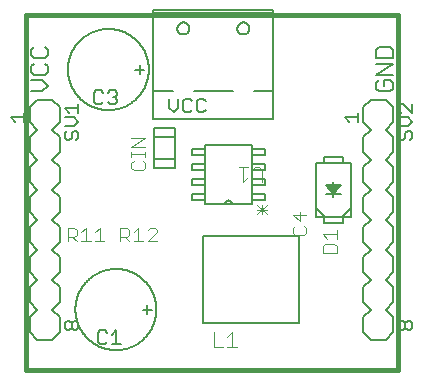
<source format=gto>
G75*
%MOIN*%
%OFA0B0*%
%FSLAX25Y25*%
%IPPOS*%
%LPD*%
%AMOC8*
5,1,8,0,0,1.08239X$1,22.5*
%
%ADD10C,0.01600*%
%ADD11C,0.00500*%
%ADD12C,0.00600*%
%ADD13C,0.00300*%
%ADD14C,0.00400*%
D10*
X0008250Y0001800D02*
X0008250Y0119910D01*
X0132266Y0119910D01*
X0132266Y0001800D01*
X0008250Y0001800D01*
D11*
X0021997Y0014946D02*
X0022747Y0014946D01*
X0023498Y0015697D01*
X0023498Y0017198D01*
X0024249Y0017949D01*
X0024999Y0017949D01*
X0025750Y0017198D01*
X0025750Y0015697D01*
X0024999Y0014946D01*
X0024249Y0014946D01*
X0023498Y0015697D01*
X0023498Y0017198D02*
X0022747Y0017949D01*
X0021997Y0017949D01*
X0021246Y0017198D01*
X0021246Y0015697D01*
X0021997Y0014946D01*
X0032292Y0014053D02*
X0032292Y0011051D01*
X0033043Y0010300D01*
X0034544Y0010300D01*
X0035295Y0011051D01*
X0036896Y0010300D02*
X0039899Y0010300D01*
X0038397Y0010300D02*
X0038397Y0014804D01*
X0036896Y0013303D01*
X0035295Y0014053D02*
X0034544Y0014804D01*
X0033043Y0014804D01*
X0032292Y0014053D01*
X0024999Y0078238D02*
X0025750Y0078989D01*
X0025750Y0080490D01*
X0024999Y0081241D01*
X0024249Y0081241D01*
X0023498Y0080490D01*
X0023498Y0078989D01*
X0022747Y0078238D01*
X0021997Y0078238D01*
X0021246Y0078989D01*
X0021246Y0080490D01*
X0021997Y0081241D01*
X0021246Y0082842D02*
X0024249Y0082842D01*
X0025750Y0084343D01*
X0024249Y0085845D01*
X0021246Y0085845D01*
X0022747Y0087446D02*
X0021246Y0088947D01*
X0025750Y0088947D01*
X0025750Y0087446D02*
X0025750Y0090449D01*
X0031042Y0091051D02*
X0031793Y0090300D01*
X0033294Y0090300D01*
X0034045Y0091051D01*
X0035646Y0091051D02*
X0036397Y0090300D01*
X0037898Y0090300D01*
X0038649Y0091051D01*
X0038649Y0091801D01*
X0037898Y0092552D01*
X0037147Y0092552D01*
X0037898Y0092552D02*
X0038649Y0093303D01*
X0038649Y0094053D01*
X0037898Y0094804D01*
X0036397Y0094804D01*
X0035646Y0094053D01*
X0034045Y0094053D02*
X0033294Y0094804D01*
X0031793Y0094804D01*
X0031042Y0094053D01*
X0031042Y0091051D01*
X0015500Y0096385D02*
X0013665Y0098220D01*
X0009995Y0098220D01*
X0010913Y0100075D02*
X0014583Y0100075D01*
X0015500Y0100992D01*
X0015500Y0102827D01*
X0014583Y0103745D01*
X0014583Y0105599D02*
X0015500Y0106517D01*
X0015500Y0108352D01*
X0014583Y0109269D01*
X0014583Y0105599D02*
X0010913Y0105599D01*
X0009995Y0106517D01*
X0009995Y0108352D01*
X0010913Y0109269D01*
X0010913Y0103745D02*
X0009995Y0102827D01*
X0009995Y0100992D01*
X0010913Y0100075D01*
X0015500Y0096385D02*
X0013665Y0094550D01*
X0009995Y0094550D01*
X0007750Y0087449D02*
X0007750Y0084446D01*
X0007750Y0085947D02*
X0003246Y0085947D01*
X0004747Y0084446D01*
X0056000Y0089051D02*
X0057501Y0087550D01*
X0059003Y0089051D01*
X0059003Y0092054D01*
X0060604Y0091303D02*
X0060604Y0088301D01*
X0061355Y0087550D01*
X0062856Y0087550D01*
X0063606Y0088301D01*
X0065208Y0088301D02*
X0065958Y0087550D01*
X0067460Y0087550D01*
X0068210Y0088301D01*
X0065208Y0088301D02*
X0065208Y0091303D01*
X0065958Y0092054D01*
X0067460Y0092054D01*
X0068210Y0091303D01*
X0063606Y0091303D02*
X0062856Y0092054D01*
X0061355Y0092054D01*
X0060604Y0091303D01*
X0056000Y0092054D02*
X0056000Y0089051D01*
X0114496Y0085947D02*
X0119000Y0085947D01*
X0119000Y0084446D02*
X0119000Y0087449D01*
X0115997Y0084446D02*
X0114496Y0085947D01*
X0124995Y0095467D02*
X0125913Y0094550D01*
X0129583Y0094550D01*
X0130500Y0095467D01*
X0130500Y0097302D01*
X0129583Y0098220D01*
X0127748Y0098220D01*
X0127748Y0096385D01*
X0125913Y0098220D02*
X0124995Y0097302D01*
X0124995Y0095467D01*
X0124995Y0100075D02*
X0130500Y0103745D01*
X0124995Y0103745D01*
X0124995Y0105599D02*
X0124995Y0108352D01*
X0125913Y0109269D01*
X0129583Y0109269D01*
X0130500Y0108352D01*
X0130500Y0105599D01*
X0124995Y0105599D01*
X0124995Y0100075D02*
X0130500Y0100075D01*
X0133247Y0090449D02*
X0132496Y0089698D01*
X0132496Y0088197D01*
X0133247Y0087446D01*
X0132496Y0085845D02*
X0135499Y0085845D01*
X0137000Y0084343D01*
X0135499Y0082842D01*
X0132496Y0082842D01*
X0133247Y0081241D02*
X0132496Y0080490D01*
X0132496Y0078989D01*
X0133247Y0078238D01*
X0133997Y0078238D01*
X0134748Y0078989D01*
X0134748Y0080490D01*
X0135499Y0081241D01*
X0136249Y0081241D01*
X0137000Y0080490D01*
X0137000Y0078989D01*
X0136249Y0078238D01*
X0137000Y0087446D02*
X0133997Y0090449D01*
X0133247Y0090449D01*
X0137000Y0090449D02*
X0137000Y0087446D01*
X0136249Y0017949D02*
X0135499Y0017949D01*
X0134748Y0017198D01*
X0134748Y0015697D01*
X0133997Y0014946D01*
X0133247Y0014946D01*
X0132496Y0015697D01*
X0132496Y0017198D01*
X0133247Y0017949D01*
X0133997Y0017949D01*
X0134748Y0017198D01*
X0134748Y0015697D02*
X0135499Y0014946D01*
X0136249Y0014946D01*
X0137000Y0015697D01*
X0137000Y0017198D01*
X0136249Y0017949D01*
D12*
X0130750Y0019300D02*
X0130750Y0014300D01*
X0128250Y0011800D01*
X0123250Y0011800D01*
X0120750Y0014300D01*
X0120750Y0019300D01*
X0123250Y0021800D01*
X0120750Y0024300D01*
X0120750Y0029300D01*
X0123250Y0031800D01*
X0120750Y0034300D01*
X0120750Y0039300D01*
X0123250Y0041800D01*
X0120750Y0044300D01*
X0120750Y0049300D01*
X0123250Y0051800D01*
X0120750Y0054300D01*
X0120750Y0059300D01*
X0123250Y0061800D01*
X0120750Y0064300D01*
X0120750Y0069300D01*
X0123250Y0071800D01*
X0120750Y0074300D01*
X0120750Y0079300D01*
X0123250Y0081800D01*
X0120750Y0084300D01*
X0120750Y0089300D01*
X0123250Y0091800D01*
X0128250Y0091800D01*
X0130750Y0089300D01*
X0130750Y0084300D01*
X0128250Y0081800D01*
X0130750Y0079300D01*
X0130750Y0074300D01*
X0128250Y0071800D01*
X0130750Y0069300D01*
X0130750Y0064300D01*
X0128250Y0061800D01*
X0130750Y0059300D01*
X0130750Y0054300D01*
X0128250Y0051800D01*
X0130750Y0049300D01*
X0130750Y0044300D01*
X0128250Y0041800D01*
X0130750Y0039300D01*
X0130750Y0034300D01*
X0128250Y0031800D01*
X0130750Y0029300D01*
X0130750Y0024300D01*
X0128250Y0021800D01*
X0130750Y0019300D01*
X0099250Y0017400D02*
X0067250Y0017400D01*
X0067250Y0046200D01*
X0099250Y0046200D01*
X0099250Y0017400D01*
X0085850Y0017400D02*
X0080650Y0017400D01*
X0050250Y0021800D02*
X0047250Y0021800D01*
X0048750Y0023300D02*
X0048750Y0020300D01*
X0024750Y0021800D02*
X0024754Y0022131D01*
X0024766Y0022462D01*
X0024787Y0022793D01*
X0024815Y0023123D01*
X0024852Y0023453D01*
X0024896Y0023781D01*
X0024949Y0024108D01*
X0025009Y0024434D01*
X0025078Y0024758D01*
X0025155Y0025080D01*
X0025239Y0025401D01*
X0025331Y0025719D01*
X0025431Y0026035D01*
X0025539Y0026348D01*
X0025655Y0026659D01*
X0025778Y0026966D01*
X0025908Y0027271D01*
X0026046Y0027572D01*
X0026191Y0027870D01*
X0026344Y0028164D01*
X0026504Y0028454D01*
X0026671Y0028740D01*
X0026844Y0029022D01*
X0027025Y0029300D01*
X0027213Y0029573D01*
X0027407Y0029842D01*
X0027607Y0030106D01*
X0027814Y0030364D01*
X0028028Y0030618D01*
X0028247Y0030866D01*
X0028473Y0031109D01*
X0028704Y0031346D01*
X0028941Y0031577D01*
X0029184Y0031803D01*
X0029432Y0032022D01*
X0029686Y0032236D01*
X0029944Y0032443D01*
X0030208Y0032643D01*
X0030477Y0032837D01*
X0030750Y0033025D01*
X0031028Y0033206D01*
X0031310Y0033379D01*
X0031596Y0033546D01*
X0031886Y0033706D01*
X0032180Y0033859D01*
X0032478Y0034004D01*
X0032779Y0034142D01*
X0033084Y0034272D01*
X0033391Y0034395D01*
X0033702Y0034511D01*
X0034015Y0034619D01*
X0034331Y0034719D01*
X0034649Y0034811D01*
X0034970Y0034895D01*
X0035292Y0034972D01*
X0035616Y0035041D01*
X0035942Y0035101D01*
X0036269Y0035154D01*
X0036597Y0035198D01*
X0036927Y0035235D01*
X0037257Y0035263D01*
X0037588Y0035284D01*
X0037919Y0035296D01*
X0038250Y0035300D01*
X0038581Y0035296D01*
X0038912Y0035284D01*
X0039243Y0035263D01*
X0039573Y0035235D01*
X0039903Y0035198D01*
X0040231Y0035154D01*
X0040558Y0035101D01*
X0040884Y0035041D01*
X0041208Y0034972D01*
X0041530Y0034895D01*
X0041851Y0034811D01*
X0042169Y0034719D01*
X0042485Y0034619D01*
X0042798Y0034511D01*
X0043109Y0034395D01*
X0043416Y0034272D01*
X0043721Y0034142D01*
X0044022Y0034004D01*
X0044320Y0033859D01*
X0044614Y0033706D01*
X0044904Y0033546D01*
X0045190Y0033379D01*
X0045472Y0033206D01*
X0045750Y0033025D01*
X0046023Y0032837D01*
X0046292Y0032643D01*
X0046556Y0032443D01*
X0046814Y0032236D01*
X0047068Y0032022D01*
X0047316Y0031803D01*
X0047559Y0031577D01*
X0047796Y0031346D01*
X0048027Y0031109D01*
X0048253Y0030866D01*
X0048472Y0030618D01*
X0048686Y0030364D01*
X0048893Y0030106D01*
X0049093Y0029842D01*
X0049287Y0029573D01*
X0049475Y0029300D01*
X0049656Y0029022D01*
X0049829Y0028740D01*
X0049996Y0028454D01*
X0050156Y0028164D01*
X0050309Y0027870D01*
X0050454Y0027572D01*
X0050592Y0027271D01*
X0050722Y0026966D01*
X0050845Y0026659D01*
X0050961Y0026348D01*
X0051069Y0026035D01*
X0051169Y0025719D01*
X0051261Y0025401D01*
X0051345Y0025080D01*
X0051422Y0024758D01*
X0051491Y0024434D01*
X0051551Y0024108D01*
X0051604Y0023781D01*
X0051648Y0023453D01*
X0051685Y0023123D01*
X0051713Y0022793D01*
X0051734Y0022462D01*
X0051746Y0022131D01*
X0051750Y0021800D01*
X0051746Y0021469D01*
X0051734Y0021138D01*
X0051713Y0020807D01*
X0051685Y0020477D01*
X0051648Y0020147D01*
X0051604Y0019819D01*
X0051551Y0019492D01*
X0051491Y0019166D01*
X0051422Y0018842D01*
X0051345Y0018520D01*
X0051261Y0018199D01*
X0051169Y0017881D01*
X0051069Y0017565D01*
X0050961Y0017252D01*
X0050845Y0016941D01*
X0050722Y0016634D01*
X0050592Y0016329D01*
X0050454Y0016028D01*
X0050309Y0015730D01*
X0050156Y0015436D01*
X0049996Y0015146D01*
X0049829Y0014860D01*
X0049656Y0014578D01*
X0049475Y0014300D01*
X0049287Y0014027D01*
X0049093Y0013758D01*
X0048893Y0013494D01*
X0048686Y0013236D01*
X0048472Y0012982D01*
X0048253Y0012734D01*
X0048027Y0012491D01*
X0047796Y0012254D01*
X0047559Y0012023D01*
X0047316Y0011797D01*
X0047068Y0011578D01*
X0046814Y0011364D01*
X0046556Y0011157D01*
X0046292Y0010957D01*
X0046023Y0010763D01*
X0045750Y0010575D01*
X0045472Y0010394D01*
X0045190Y0010221D01*
X0044904Y0010054D01*
X0044614Y0009894D01*
X0044320Y0009741D01*
X0044022Y0009596D01*
X0043721Y0009458D01*
X0043416Y0009328D01*
X0043109Y0009205D01*
X0042798Y0009089D01*
X0042485Y0008981D01*
X0042169Y0008881D01*
X0041851Y0008789D01*
X0041530Y0008705D01*
X0041208Y0008628D01*
X0040884Y0008559D01*
X0040558Y0008499D01*
X0040231Y0008446D01*
X0039903Y0008402D01*
X0039573Y0008365D01*
X0039243Y0008337D01*
X0038912Y0008316D01*
X0038581Y0008304D01*
X0038250Y0008300D01*
X0037919Y0008304D01*
X0037588Y0008316D01*
X0037257Y0008337D01*
X0036927Y0008365D01*
X0036597Y0008402D01*
X0036269Y0008446D01*
X0035942Y0008499D01*
X0035616Y0008559D01*
X0035292Y0008628D01*
X0034970Y0008705D01*
X0034649Y0008789D01*
X0034331Y0008881D01*
X0034015Y0008981D01*
X0033702Y0009089D01*
X0033391Y0009205D01*
X0033084Y0009328D01*
X0032779Y0009458D01*
X0032478Y0009596D01*
X0032180Y0009741D01*
X0031886Y0009894D01*
X0031596Y0010054D01*
X0031310Y0010221D01*
X0031028Y0010394D01*
X0030750Y0010575D01*
X0030477Y0010763D01*
X0030208Y0010957D01*
X0029944Y0011157D01*
X0029686Y0011364D01*
X0029432Y0011578D01*
X0029184Y0011797D01*
X0028941Y0012023D01*
X0028704Y0012254D01*
X0028473Y0012491D01*
X0028247Y0012734D01*
X0028028Y0012982D01*
X0027814Y0013236D01*
X0027607Y0013494D01*
X0027407Y0013758D01*
X0027213Y0014027D01*
X0027025Y0014300D01*
X0026844Y0014578D01*
X0026671Y0014860D01*
X0026504Y0015146D01*
X0026344Y0015436D01*
X0026191Y0015730D01*
X0026046Y0016028D01*
X0025908Y0016329D01*
X0025778Y0016634D01*
X0025655Y0016941D01*
X0025539Y0017252D01*
X0025431Y0017565D01*
X0025331Y0017881D01*
X0025239Y0018199D01*
X0025155Y0018520D01*
X0025078Y0018842D01*
X0025009Y0019166D01*
X0024949Y0019492D01*
X0024896Y0019819D01*
X0024852Y0020147D01*
X0024815Y0020477D01*
X0024787Y0020807D01*
X0024766Y0021138D01*
X0024754Y0021469D01*
X0024750Y0021800D01*
X0019500Y0019300D02*
X0017000Y0021800D01*
X0019500Y0024300D01*
X0019500Y0029300D01*
X0017000Y0031800D01*
X0019500Y0034300D01*
X0019500Y0039300D01*
X0017000Y0041800D01*
X0019500Y0044300D01*
X0019500Y0049300D01*
X0017000Y0051800D01*
X0019500Y0054300D01*
X0019500Y0059300D01*
X0017000Y0061800D01*
X0019500Y0064300D01*
X0019500Y0069300D01*
X0017000Y0071800D01*
X0019500Y0074300D01*
X0019500Y0079300D01*
X0017000Y0081800D01*
X0019500Y0084300D01*
X0019500Y0089300D01*
X0017000Y0091800D01*
X0012000Y0091800D01*
X0009500Y0089300D01*
X0009500Y0084300D01*
X0012000Y0081800D01*
X0009500Y0079300D01*
X0009500Y0074300D01*
X0012000Y0071800D01*
X0009500Y0069300D01*
X0009500Y0064300D01*
X0012000Y0061800D01*
X0009500Y0059300D01*
X0009500Y0054300D01*
X0012000Y0051800D01*
X0009500Y0049300D01*
X0009500Y0044300D01*
X0012000Y0041800D01*
X0009500Y0039300D01*
X0009500Y0034300D01*
X0012000Y0031800D01*
X0009500Y0029300D01*
X0009500Y0024300D01*
X0012000Y0021800D01*
X0009500Y0019300D01*
X0009500Y0014300D01*
X0012000Y0011800D01*
X0017000Y0011800D01*
X0019500Y0014300D01*
X0019500Y0019300D01*
X0063550Y0058300D02*
X0067950Y0058300D01*
X0067950Y0060300D01*
X0063550Y0060300D01*
X0063550Y0058300D01*
X0067950Y0057000D02*
X0083550Y0057000D01*
X0083550Y0076600D01*
X0067950Y0076600D01*
X0067950Y0057000D01*
X0070350Y0057000D02*
X0081150Y0057000D01*
X0083550Y0058300D02*
X0083550Y0060300D01*
X0087950Y0060300D01*
X0087950Y0058300D01*
X0083550Y0058300D01*
X0083550Y0063300D02*
X0087950Y0063300D01*
X0087950Y0065300D01*
X0083550Y0065300D01*
X0083550Y0063300D01*
X0083550Y0068300D02*
X0087950Y0068300D01*
X0087950Y0070300D01*
X0083550Y0070300D01*
X0083550Y0068300D01*
X0083550Y0073300D02*
X0087950Y0073300D01*
X0087950Y0075300D01*
X0083550Y0075300D01*
X0083550Y0073300D01*
X0081150Y0076600D02*
X0070350Y0076600D01*
X0067950Y0075300D02*
X0063550Y0075300D01*
X0063550Y0073300D01*
X0067950Y0073300D01*
X0067950Y0075300D01*
X0067950Y0070300D02*
X0063550Y0070300D01*
X0063550Y0068300D01*
X0067950Y0068300D01*
X0067950Y0070300D01*
X0067950Y0065300D02*
X0063550Y0065300D01*
X0063550Y0063300D01*
X0067950Y0063300D01*
X0067950Y0065300D01*
X0058100Y0068850D02*
X0050900Y0068850D01*
X0050900Y0082250D01*
X0058100Y0082250D01*
X0058100Y0068850D01*
X0058100Y0071850D01*
X0050900Y0071850D01*
X0050900Y0068850D01*
X0058100Y0068850D01*
X0058100Y0073150D02*
X0058100Y0077950D01*
X0058100Y0079250D02*
X0058000Y0082250D01*
X0050900Y0082250D01*
X0050900Y0079250D01*
X0058100Y0079250D01*
X0050900Y0077950D02*
X0050900Y0073150D01*
X0050750Y0085300D02*
X0050750Y0094800D01*
X0057250Y0094800D01*
X0050750Y0094800D02*
X0050750Y0120800D01*
X0050750Y0121800D01*
X0090750Y0121800D01*
X0090750Y0120800D01*
X0090750Y0094800D01*
X0084250Y0094800D01*
X0090750Y0094800D02*
X0090750Y0085300D01*
X0050750Y0085300D01*
X0064250Y0094800D02*
X0077250Y0094800D01*
X0078750Y0115500D02*
X0078752Y0115589D01*
X0078758Y0115678D01*
X0078768Y0115767D01*
X0078782Y0115855D01*
X0078799Y0115942D01*
X0078821Y0116028D01*
X0078847Y0116114D01*
X0078876Y0116198D01*
X0078909Y0116281D01*
X0078945Y0116362D01*
X0078986Y0116442D01*
X0079029Y0116519D01*
X0079076Y0116595D01*
X0079127Y0116668D01*
X0079180Y0116739D01*
X0079237Y0116808D01*
X0079297Y0116874D01*
X0079360Y0116938D01*
X0079425Y0116998D01*
X0079493Y0117056D01*
X0079564Y0117110D01*
X0079637Y0117161D01*
X0079712Y0117209D01*
X0079789Y0117254D01*
X0079868Y0117295D01*
X0079949Y0117332D01*
X0080031Y0117366D01*
X0080115Y0117397D01*
X0080200Y0117423D01*
X0080286Y0117446D01*
X0080373Y0117464D01*
X0080461Y0117479D01*
X0080550Y0117490D01*
X0080639Y0117497D01*
X0080728Y0117500D01*
X0080817Y0117499D01*
X0080906Y0117494D01*
X0080994Y0117485D01*
X0081083Y0117472D01*
X0081170Y0117455D01*
X0081257Y0117435D01*
X0081343Y0117410D01*
X0081427Y0117382D01*
X0081510Y0117350D01*
X0081592Y0117314D01*
X0081672Y0117275D01*
X0081750Y0117232D01*
X0081826Y0117186D01*
X0081900Y0117136D01*
X0081972Y0117083D01*
X0082041Y0117027D01*
X0082108Y0116968D01*
X0082172Y0116906D01*
X0082233Y0116842D01*
X0082292Y0116774D01*
X0082347Y0116704D01*
X0082399Y0116632D01*
X0082448Y0116557D01*
X0082493Y0116481D01*
X0082535Y0116402D01*
X0082573Y0116322D01*
X0082608Y0116240D01*
X0082639Y0116156D01*
X0082667Y0116071D01*
X0082690Y0115985D01*
X0082710Y0115898D01*
X0082726Y0115811D01*
X0082738Y0115722D01*
X0082746Y0115634D01*
X0082750Y0115545D01*
X0082750Y0115455D01*
X0082746Y0115366D01*
X0082738Y0115278D01*
X0082726Y0115189D01*
X0082710Y0115102D01*
X0082690Y0115015D01*
X0082667Y0114929D01*
X0082639Y0114844D01*
X0082608Y0114760D01*
X0082573Y0114678D01*
X0082535Y0114598D01*
X0082493Y0114519D01*
X0082448Y0114443D01*
X0082399Y0114368D01*
X0082347Y0114296D01*
X0082292Y0114226D01*
X0082233Y0114158D01*
X0082172Y0114094D01*
X0082108Y0114032D01*
X0082041Y0113973D01*
X0081972Y0113917D01*
X0081900Y0113864D01*
X0081826Y0113814D01*
X0081750Y0113768D01*
X0081672Y0113725D01*
X0081592Y0113686D01*
X0081510Y0113650D01*
X0081427Y0113618D01*
X0081343Y0113590D01*
X0081257Y0113565D01*
X0081170Y0113545D01*
X0081083Y0113528D01*
X0080994Y0113515D01*
X0080906Y0113506D01*
X0080817Y0113501D01*
X0080728Y0113500D01*
X0080639Y0113503D01*
X0080550Y0113510D01*
X0080461Y0113521D01*
X0080373Y0113536D01*
X0080286Y0113554D01*
X0080200Y0113577D01*
X0080115Y0113603D01*
X0080031Y0113634D01*
X0079949Y0113668D01*
X0079868Y0113705D01*
X0079789Y0113746D01*
X0079712Y0113791D01*
X0079637Y0113839D01*
X0079564Y0113890D01*
X0079493Y0113944D01*
X0079425Y0114002D01*
X0079360Y0114062D01*
X0079297Y0114126D01*
X0079237Y0114192D01*
X0079180Y0114261D01*
X0079127Y0114332D01*
X0079076Y0114405D01*
X0079029Y0114481D01*
X0078986Y0114558D01*
X0078945Y0114638D01*
X0078909Y0114719D01*
X0078876Y0114802D01*
X0078847Y0114886D01*
X0078821Y0114972D01*
X0078799Y0115058D01*
X0078782Y0115145D01*
X0078768Y0115233D01*
X0078758Y0115322D01*
X0078752Y0115411D01*
X0078750Y0115500D01*
X0090750Y0120800D02*
X0050750Y0120800D01*
X0058750Y0115500D02*
X0058752Y0115589D01*
X0058758Y0115678D01*
X0058768Y0115767D01*
X0058782Y0115855D01*
X0058799Y0115942D01*
X0058821Y0116028D01*
X0058847Y0116114D01*
X0058876Y0116198D01*
X0058909Y0116281D01*
X0058945Y0116362D01*
X0058986Y0116442D01*
X0059029Y0116519D01*
X0059076Y0116595D01*
X0059127Y0116668D01*
X0059180Y0116739D01*
X0059237Y0116808D01*
X0059297Y0116874D01*
X0059360Y0116938D01*
X0059425Y0116998D01*
X0059493Y0117056D01*
X0059564Y0117110D01*
X0059637Y0117161D01*
X0059712Y0117209D01*
X0059789Y0117254D01*
X0059868Y0117295D01*
X0059949Y0117332D01*
X0060031Y0117366D01*
X0060115Y0117397D01*
X0060200Y0117423D01*
X0060286Y0117446D01*
X0060373Y0117464D01*
X0060461Y0117479D01*
X0060550Y0117490D01*
X0060639Y0117497D01*
X0060728Y0117500D01*
X0060817Y0117499D01*
X0060906Y0117494D01*
X0060994Y0117485D01*
X0061083Y0117472D01*
X0061170Y0117455D01*
X0061257Y0117435D01*
X0061343Y0117410D01*
X0061427Y0117382D01*
X0061510Y0117350D01*
X0061592Y0117314D01*
X0061672Y0117275D01*
X0061750Y0117232D01*
X0061826Y0117186D01*
X0061900Y0117136D01*
X0061972Y0117083D01*
X0062041Y0117027D01*
X0062108Y0116968D01*
X0062172Y0116906D01*
X0062233Y0116842D01*
X0062292Y0116774D01*
X0062347Y0116704D01*
X0062399Y0116632D01*
X0062448Y0116557D01*
X0062493Y0116481D01*
X0062535Y0116402D01*
X0062573Y0116322D01*
X0062608Y0116240D01*
X0062639Y0116156D01*
X0062667Y0116071D01*
X0062690Y0115985D01*
X0062710Y0115898D01*
X0062726Y0115811D01*
X0062738Y0115722D01*
X0062746Y0115634D01*
X0062750Y0115545D01*
X0062750Y0115455D01*
X0062746Y0115366D01*
X0062738Y0115278D01*
X0062726Y0115189D01*
X0062710Y0115102D01*
X0062690Y0115015D01*
X0062667Y0114929D01*
X0062639Y0114844D01*
X0062608Y0114760D01*
X0062573Y0114678D01*
X0062535Y0114598D01*
X0062493Y0114519D01*
X0062448Y0114443D01*
X0062399Y0114368D01*
X0062347Y0114296D01*
X0062292Y0114226D01*
X0062233Y0114158D01*
X0062172Y0114094D01*
X0062108Y0114032D01*
X0062041Y0113973D01*
X0061972Y0113917D01*
X0061900Y0113864D01*
X0061826Y0113814D01*
X0061750Y0113768D01*
X0061672Y0113725D01*
X0061592Y0113686D01*
X0061510Y0113650D01*
X0061427Y0113618D01*
X0061343Y0113590D01*
X0061257Y0113565D01*
X0061170Y0113545D01*
X0061083Y0113528D01*
X0060994Y0113515D01*
X0060906Y0113506D01*
X0060817Y0113501D01*
X0060728Y0113500D01*
X0060639Y0113503D01*
X0060550Y0113510D01*
X0060461Y0113521D01*
X0060373Y0113536D01*
X0060286Y0113554D01*
X0060200Y0113577D01*
X0060115Y0113603D01*
X0060031Y0113634D01*
X0059949Y0113668D01*
X0059868Y0113705D01*
X0059789Y0113746D01*
X0059712Y0113791D01*
X0059637Y0113839D01*
X0059564Y0113890D01*
X0059493Y0113944D01*
X0059425Y0114002D01*
X0059360Y0114062D01*
X0059297Y0114126D01*
X0059237Y0114192D01*
X0059180Y0114261D01*
X0059127Y0114332D01*
X0059076Y0114405D01*
X0059029Y0114481D01*
X0058986Y0114558D01*
X0058945Y0114638D01*
X0058909Y0114719D01*
X0058876Y0114802D01*
X0058847Y0114886D01*
X0058821Y0114972D01*
X0058799Y0115058D01*
X0058782Y0115145D01*
X0058768Y0115233D01*
X0058758Y0115322D01*
X0058752Y0115411D01*
X0058750Y0115500D01*
X0046250Y0103300D02*
X0046250Y0100300D01*
X0047750Y0101800D02*
X0044750Y0101800D01*
X0022250Y0101800D02*
X0022254Y0102131D01*
X0022266Y0102462D01*
X0022287Y0102793D01*
X0022315Y0103123D01*
X0022352Y0103453D01*
X0022396Y0103781D01*
X0022449Y0104108D01*
X0022509Y0104434D01*
X0022578Y0104758D01*
X0022655Y0105080D01*
X0022739Y0105401D01*
X0022831Y0105719D01*
X0022931Y0106035D01*
X0023039Y0106348D01*
X0023155Y0106659D01*
X0023278Y0106966D01*
X0023408Y0107271D01*
X0023546Y0107572D01*
X0023691Y0107870D01*
X0023844Y0108164D01*
X0024004Y0108454D01*
X0024171Y0108740D01*
X0024344Y0109022D01*
X0024525Y0109300D01*
X0024713Y0109573D01*
X0024907Y0109842D01*
X0025107Y0110106D01*
X0025314Y0110364D01*
X0025528Y0110618D01*
X0025747Y0110866D01*
X0025973Y0111109D01*
X0026204Y0111346D01*
X0026441Y0111577D01*
X0026684Y0111803D01*
X0026932Y0112022D01*
X0027186Y0112236D01*
X0027444Y0112443D01*
X0027708Y0112643D01*
X0027977Y0112837D01*
X0028250Y0113025D01*
X0028528Y0113206D01*
X0028810Y0113379D01*
X0029096Y0113546D01*
X0029386Y0113706D01*
X0029680Y0113859D01*
X0029978Y0114004D01*
X0030279Y0114142D01*
X0030584Y0114272D01*
X0030891Y0114395D01*
X0031202Y0114511D01*
X0031515Y0114619D01*
X0031831Y0114719D01*
X0032149Y0114811D01*
X0032470Y0114895D01*
X0032792Y0114972D01*
X0033116Y0115041D01*
X0033442Y0115101D01*
X0033769Y0115154D01*
X0034097Y0115198D01*
X0034427Y0115235D01*
X0034757Y0115263D01*
X0035088Y0115284D01*
X0035419Y0115296D01*
X0035750Y0115300D01*
X0036081Y0115296D01*
X0036412Y0115284D01*
X0036743Y0115263D01*
X0037073Y0115235D01*
X0037403Y0115198D01*
X0037731Y0115154D01*
X0038058Y0115101D01*
X0038384Y0115041D01*
X0038708Y0114972D01*
X0039030Y0114895D01*
X0039351Y0114811D01*
X0039669Y0114719D01*
X0039985Y0114619D01*
X0040298Y0114511D01*
X0040609Y0114395D01*
X0040916Y0114272D01*
X0041221Y0114142D01*
X0041522Y0114004D01*
X0041820Y0113859D01*
X0042114Y0113706D01*
X0042404Y0113546D01*
X0042690Y0113379D01*
X0042972Y0113206D01*
X0043250Y0113025D01*
X0043523Y0112837D01*
X0043792Y0112643D01*
X0044056Y0112443D01*
X0044314Y0112236D01*
X0044568Y0112022D01*
X0044816Y0111803D01*
X0045059Y0111577D01*
X0045296Y0111346D01*
X0045527Y0111109D01*
X0045753Y0110866D01*
X0045972Y0110618D01*
X0046186Y0110364D01*
X0046393Y0110106D01*
X0046593Y0109842D01*
X0046787Y0109573D01*
X0046975Y0109300D01*
X0047156Y0109022D01*
X0047329Y0108740D01*
X0047496Y0108454D01*
X0047656Y0108164D01*
X0047809Y0107870D01*
X0047954Y0107572D01*
X0048092Y0107271D01*
X0048222Y0106966D01*
X0048345Y0106659D01*
X0048461Y0106348D01*
X0048569Y0106035D01*
X0048669Y0105719D01*
X0048761Y0105401D01*
X0048845Y0105080D01*
X0048922Y0104758D01*
X0048991Y0104434D01*
X0049051Y0104108D01*
X0049104Y0103781D01*
X0049148Y0103453D01*
X0049185Y0103123D01*
X0049213Y0102793D01*
X0049234Y0102462D01*
X0049246Y0102131D01*
X0049250Y0101800D01*
X0049246Y0101469D01*
X0049234Y0101138D01*
X0049213Y0100807D01*
X0049185Y0100477D01*
X0049148Y0100147D01*
X0049104Y0099819D01*
X0049051Y0099492D01*
X0048991Y0099166D01*
X0048922Y0098842D01*
X0048845Y0098520D01*
X0048761Y0098199D01*
X0048669Y0097881D01*
X0048569Y0097565D01*
X0048461Y0097252D01*
X0048345Y0096941D01*
X0048222Y0096634D01*
X0048092Y0096329D01*
X0047954Y0096028D01*
X0047809Y0095730D01*
X0047656Y0095436D01*
X0047496Y0095146D01*
X0047329Y0094860D01*
X0047156Y0094578D01*
X0046975Y0094300D01*
X0046787Y0094027D01*
X0046593Y0093758D01*
X0046393Y0093494D01*
X0046186Y0093236D01*
X0045972Y0092982D01*
X0045753Y0092734D01*
X0045527Y0092491D01*
X0045296Y0092254D01*
X0045059Y0092023D01*
X0044816Y0091797D01*
X0044568Y0091578D01*
X0044314Y0091364D01*
X0044056Y0091157D01*
X0043792Y0090957D01*
X0043523Y0090763D01*
X0043250Y0090575D01*
X0042972Y0090394D01*
X0042690Y0090221D01*
X0042404Y0090054D01*
X0042114Y0089894D01*
X0041820Y0089741D01*
X0041522Y0089596D01*
X0041221Y0089458D01*
X0040916Y0089328D01*
X0040609Y0089205D01*
X0040298Y0089089D01*
X0039985Y0088981D01*
X0039669Y0088881D01*
X0039351Y0088789D01*
X0039030Y0088705D01*
X0038708Y0088628D01*
X0038384Y0088559D01*
X0038058Y0088499D01*
X0037731Y0088446D01*
X0037403Y0088402D01*
X0037073Y0088365D01*
X0036743Y0088337D01*
X0036412Y0088316D01*
X0036081Y0088304D01*
X0035750Y0088300D01*
X0035419Y0088304D01*
X0035088Y0088316D01*
X0034757Y0088337D01*
X0034427Y0088365D01*
X0034097Y0088402D01*
X0033769Y0088446D01*
X0033442Y0088499D01*
X0033116Y0088559D01*
X0032792Y0088628D01*
X0032470Y0088705D01*
X0032149Y0088789D01*
X0031831Y0088881D01*
X0031515Y0088981D01*
X0031202Y0089089D01*
X0030891Y0089205D01*
X0030584Y0089328D01*
X0030279Y0089458D01*
X0029978Y0089596D01*
X0029680Y0089741D01*
X0029386Y0089894D01*
X0029096Y0090054D01*
X0028810Y0090221D01*
X0028528Y0090394D01*
X0028250Y0090575D01*
X0027977Y0090763D01*
X0027708Y0090957D01*
X0027444Y0091157D01*
X0027186Y0091364D01*
X0026932Y0091578D01*
X0026684Y0091797D01*
X0026441Y0092023D01*
X0026204Y0092254D01*
X0025973Y0092491D01*
X0025747Y0092734D01*
X0025528Y0092982D01*
X0025314Y0093236D01*
X0025107Y0093494D01*
X0024907Y0093758D01*
X0024713Y0094027D01*
X0024525Y0094300D01*
X0024344Y0094578D01*
X0024171Y0094860D01*
X0024004Y0095146D01*
X0023844Y0095436D01*
X0023691Y0095730D01*
X0023546Y0096028D01*
X0023408Y0096329D01*
X0023278Y0096634D01*
X0023155Y0096941D01*
X0023039Y0097252D01*
X0022931Y0097565D01*
X0022831Y0097881D01*
X0022739Y0098199D01*
X0022655Y0098520D01*
X0022578Y0098842D01*
X0022509Y0099166D01*
X0022449Y0099492D01*
X0022396Y0099819D01*
X0022352Y0100147D01*
X0022315Y0100477D01*
X0022287Y0100807D01*
X0022266Y0101138D01*
X0022254Y0101469D01*
X0022250Y0101800D01*
X0074550Y0056900D02*
X0074549Y0056969D01*
X0074552Y0057037D01*
X0074559Y0057105D01*
X0074570Y0057173D01*
X0074585Y0057240D01*
X0074603Y0057306D01*
X0074625Y0057371D01*
X0074651Y0057435D01*
X0074681Y0057497D01*
X0074713Y0057557D01*
X0074750Y0057615D01*
X0074789Y0057671D01*
X0074832Y0057725D01*
X0074878Y0057776D01*
X0074926Y0057824D01*
X0074978Y0057870D01*
X0075031Y0057912D01*
X0075088Y0057952D01*
X0075146Y0057988D01*
X0075206Y0058021D01*
X0075268Y0058050D01*
X0075332Y0058076D01*
X0075397Y0058098D01*
X0075463Y0058116D01*
X0075530Y0058131D01*
X0075597Y0058141D01*
X0075666Y0058148D01*
X0075734Y0058151D01*
X0075803Y0058150D01*
X0075871Y0058145D01*
X0075939Y0058136D01*
X0076007Y0058123D01*
X0076073Y0058107D01*
X0076139Y0058086D01*
X0076203Y0058062D01*
X0076266Y0058035D01*
X0076327Y0058003D01*
X0076386Y0057969D01*
X0076443Y0057931D01*
X0076498Y0057890D01*
X0076550Y0057845D01*
X0076600Y0057798D01*
X0076647Y0057748D01*
X0076691Y0057696D01*
X0076732Y0057641D01*
X0076770Y0057584D01*
X0076805Y0057524D01*
X0076836Y0057463D01*
X0076863Y0057400D01*
X0076887Y0057336D01*
X0076907Y0057270D01*
X0076924Y0057204D01*
X0076936Y0057136D01*
X0076945Y0057068D01*
X0076950Y0057000D01*
X0076945Y0057068D01*
X0076936Y0057136D01*
X0076924Y0057204D01*
X0076907Y0057270D01*
X0076887Y0057336D01*
X0076863Y0057400D01*
X0076836Y0057463D01*
X0076805Y0057524D01*
X0076770Y0057584D01*
X0076732Y0057641D01*
X0076691Y0057696D01*
X0076647Y0057748D01*
X0076600Y0057798D01*
X0076550Y0057845D01*
X0076498Y0057890D01*
X0076443Y0057931D01*
X0076386Y0057969D01*
X0076327Y0058003D01*
X0076266Y0058035D01*
X0076203Y0058062D01*
X0076139Y0058086D01*
X0076073Y0058107D01*
X0076007Y0058123D01*
X0075939Y0058136D01*
X0075871Y0058145D01*
X0075803Y0058150D01*
X0075734Y0058151D01*
X0075666Y0058148D01*
X0075597Y0058141D01*
X0075530Y0058131D01*
X0075463Y0058116D01*
X0075397Y0058098D01*
X0075332Y0058076D01*
X0075268Y0058050D01*
X0075206Y0058021D01*
X0075146Y0057988D01*
X0075088Y0057952D01*
X0075031Y0057912D01*
X0074978Y0057870D01*
X0074926Y0057824D01*
X0074878Y0057776D01*
X0074832Y0057725D01*
X0074789Y0057671D01*
X0074750Y0057615D01*
X0074713Y0057557D01*
X0074681Y0057497D01*
X0074651Y0057435D01*
X0074625Y0057371D01*
X0074603Y0057306D01*
X0074585Y0057240D01*
X0074570Y0057173D01*
X0074559Y0057105D01*
X0074552Y0057037D01*
X0074549Y0056969D01*
X0074550Y0056900D01*
X0080650Y0046200D02*
X0085850Y0046200D01*
X0104950Y0052800D02*
X0106250Y0052800D01*
X0104950Y0052800D02*
X0104950Y0070800D01*
X0106250Y0070800D01*
X0104950Y0070800D02*
X0104950Y0052800D01*
X0116550Y0052800D01*
X0116550Y0070800D01*
X0115250Y0070800D01*
X0113950Y0070800D02*
X0113950Y0072800D01*
X0107550Y0072800D01*
X0107550Y0070800D01*
X0113950Y0070800D01*
X0116550Y0070800D02*
X0104950Y0070800D01*
X0110750Y0064400D02*
X0110750Y0060400D01*
X0111250Y0063400D01*
X0110750Y0060400D01*
X0111750Y0063400D01*
X0110750Y0060400D01*
X0112250Y0063400D01*
X0110750Y0060400D01*
X0112750Y0063400D01*
X0110750Y0060400D01*
X0113250Y0063400D01*
X0108250Y0063400D01*
X0110750Y0060400D01*
X0110250Y0063400D01*
X0110750Y0060400D01*
X0109750Y0063400D01*
X0110750Y0060400D01*
X0109250Y0063400D01*
X0110750Y0060400D01*
X0108750Y0063400D01*
X0110750Y0060400D01*
X0113250Y0060400D01*
X0110750Y0060400D01*
X0108250Y0060400D01*
X0110750Y0060400D01*
X0110750Y0059400D01*
X0110750Y0060400D01*
X0110750Y0063900D01*
X0108250Y0063400D02*
X0113250Y0063400D01*
X0110750Y0060400D01*
X0108250Y0063400D01*
X0104950Y0055600D02*
X0107850Y0052800D01*
X0107550Y0052800D01*
X0107550Y0050800D01*
X0113950Y0050800D01*
X0113950Y0052800D01*
X0113650Y0052800D01*
X0116550Y0055600D01*
X0116550Y0052800D02*
X0115250Y0052800D01*
X0116550Y0052800D02*
X0116550Y0070800D01*
X0113650Y0052800D02*
X0107850Y0052800D01*
D13*
X0111850Y0048390D02*
X0111850Y0045254D01*
X0111066Y0043786D02*
X0107930Y0043786D01*
X0107146Y0043002D01*
X0107146Y0040650D01*
X0111850Y0040650D01*
X0111850Y0043002D01*
X0111066Y0043786D01*
X0108714Y0045254D02*
X0107146Y0046822D01*
X0111850Y0046822D01*
X0088600Y0053530D02*
X0085464Y0056666D01*
X0088600Y0053530D01*
X0088600Y0055098D02*
X0085464Y0055098D01*
X0088600Y0055098D01*
X0087032Y0056666D02*
X0087032Y0053530D01*
X0087032Y0056666D01*
X0088600Y0056666D02*
X0085464Y0053530D01*
X0088600Y0056666D01*
X0086900Y0064446D02*
X0086900Y0068366D01*
X0086116Y0069150D01*
X0084548Y0069150D01*
X0083764Y0068366D01*
X0083764Y0064446D01*
X0082296Y0066014D02*
X0080728Y0064446D01*
X0080728Y0069150D01*
X0082296Y0069150D02*
X0079160Y0069150D01*
X0048100Y0068934D02*
X0048100Y0070502D01*
X0047316Y0071286D01*
X0048100Y0072754D02*
X0048100Y0074322D01*
X0048100Y0073538D02*
X0043396Y0073538D01*
X0043396Y0072754D02*
X0043396Y0074322D01*
X0043396Y0075823D02*
X0048100Y0078959D01*
X0043396Y0078959D01*
X0043396Y0075823D02*
X0048100Y0075823D01*
X0044180Y0071286D02*
X0043396Y0070502D01*
X0043396Y0068934D01*
X0044180Y0068150D01*
X0047316Y0068150D01*
X0048100Y0068934D01*
X0070850Y0014154D02*
X0070850Y0009450D01*
X0073986Y0009450D01*
X0075454Y0009450D02*
X0078590Y0009450D01*
X0077022Y0009450D02*
X0077022Y0014154D01*
X0075454Y0012586D01*
D14*
X0051915Y0044500D02*
X0048846Y0044500D01*
X0051915Y0047569D01*
X0051915Y0048337D01*
X0051148Y0049104D01*
X0049613Y0049104D01*
X0048846Y0048337D01*
X0045777Y0049104D02*
X0045777Y0044500D01*
X0047311Y0044500D02*
X0044242Y0044500D01*
X0042707Y0044500D02*
X0041173Y0046035D01*
X0041940Y0046035D02*
X0039638Y0046035D01*
X0039638Y0044500D02*
X0039638Y0049104D01*
X0041940Y0049104D01*
X0042707Y0048337D01*
X0042707Y0046802D01*
X0041940Y0046035D01*
X0044242Y0047569D02*
X0045777Y0049104D01*
X0034415Y0044500D02*
X0031346Y0044500D01*
X0029811Y0044500D02*
X0026742Y0044500D01*
X0025207Y0044500D02*
X0023673Y0046035D01*
X0024440Y0046035D02*
X0022138Y0046035D01*
X0022138Y0044500D02*
X0022138Y0049104D01*
X0024440Y0049104D01*
X0025207Y0048337D01*
X0025207Y0046802D01*
X0024440Y0046035D01*
X0026742Y0047569D02*
X0028277Y0049104D01*
X0028277Y0044500D01*
X0031346Y0047569D02*
X0032881Y0049104D01*
X0032881Y0044500D01*
X0097196Y0047309D02*
X0097963Y0046542D01*
X0101033Y0046542D01*
X0101800Y0047309D01*
X0101800Y0048844D01*
X0101033Y0049611D01*
X0099498Y0051146D02*
X0099498Y0054215D01*
X0101800Y0053448D02*
X0097196Y0053448D01*
X0099498Y0051146D01*
X0097963Y0049611D02*
X0097196Y0048844D01*
X0097196Y0047309D01*
M02*

</source>
